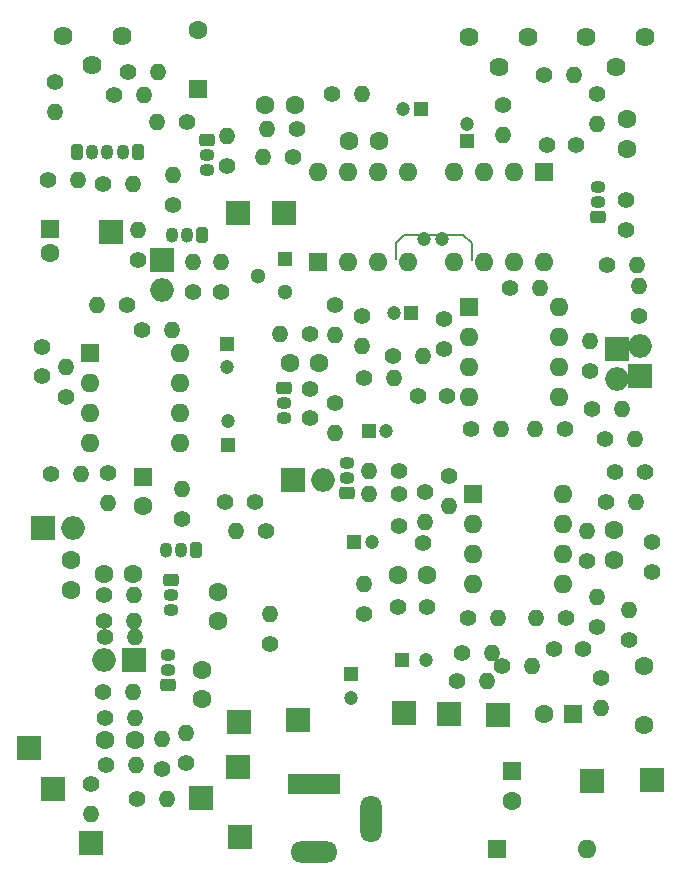
<source format=gbr>
%TF.GenerationSoftware,KiCad,Pcbnew,(6.0.0-0)*%
%TF.CreationDate,2022-11-29T15:18:14-08:00*%
%TF.ProjectId,Ibanez_FL-9,4962616e-657a-45f4-964c-2d392e6b6963,1.0.0*%
%TF.SameCoordinates,Original*%
%TF.FileFunction,Copper,L2,Bot*%
%TF.FilePolarity,Positive*%
%FSLAX46Y46*%
G04 Gerber Fmt 4.6, Leading zero omitted, Abs format (unit mm)*
G04 Created by KiCad (PCBNEW (6.0.0-0)) date 2022-11-29 15:18:14*
%MOMM*%
%LPD*%
G01*
G04 APERTURE LIST*
G04 Aperture macros list*
%AMRoundRect*
0 Rectangle with rounded corners*
0 $1 Rounding radius*
0 $2 $3 $4 $5 $6 $7 $8 $9 X,Y pos of 4 corners*
0 Add a 4 corners polygon primitive as box body*
4,1,4,$2,$3,$4,$5,$6,$7,$8,$9,$2,$3,0*
0 Add four circle primitives for the rounded corners*
1,1,$1+$1,$2,$3*
1,1,$1+$1,$4,$5*
1,1,$1+$1,$6,$7*
1,1,$1+$1,$8,$9*
0 Add four rect primitives between the rounded corners*
20,1,$1+$1,$2,$3,$4,$5,0*
20,1,$1+$1,$4,$5,$6,$7,0*
20,1,$1+$1,$6,$7,$8,$9,0*
20,1,$1+$1,$8,$9,$2,$3,0*%
%AMHorizOval*
0 Thick line with rounded ends*
0 $1 width*
0 $2 $3 position (X,Y) of the first rounded end (center of the circle)*
0 $4 $5 position (X,Y) of the second rounded end (center of the circle)*
0 Add line between two ends*
20,1,$1,$2,$3,$4,$5,0*
0 Add two circle primitives to create the rounded ends*
1,1,$1,$2,$3*
1,1,$1,$4,$5*%
G04 Aperture macros list end*
%TA.AperFunction,ComponentPad*%
%ADD10RoundRect,0.250001X-0.799999X-0.799999X0.799999X-0.799999X0.799999X0.799999X-0.799999X0.799999X0*%
%TD*%
%TA.AperFunction,ComponentPad*%
%ADD11C,1.600000*%
%TD*%
%TA.AperFunction,ComponentPad*%
%ADD12C,1.400000*%
%TD*%
%TA.AperFunction,ComponentPad*%
%ADD13O,1.400000X1.400000*%
%TD*%
%TA.AperFunction,ComponentPad*%
%ADD14R,2.000000X2.000000*%
%TD*%
%TA.AperFunction,ComponentPad*%
%ADD15O,2.000000X2.000000*%
%TD*%
%TA.AperFunction,ComponentPad*%
%ADD16R,1.200000X1.200000*%
%TD*%
%TA.AperFunction,ComponentPad*%
%ADD17C,1.200000*%
%TD*%
%TA.AperFunction,ComponentPad*%
%ADD18R,1.600000X1.600000*%
%TD*%
%TA.AperFunction,ComponentPad*%
%ADD19RoundRect,0.249900X0.275100X0.400100X-0.275100X0.400100X-0.275100X-0.400100X0.275100X-0.400100X0*%
%TD*%
%TA.AperFunction,ComponentPad*%
%ADD20O,1.050000X1.300000*%
%TD*%
%TA.AperFunction,ComponentPad*%
%ADD21RoundRect,0.249900X-0.400100X0.275100X-0.400100X-0.275100X0.400100X-0.275100X0.400100X0.275100X0*%
%TD*%
%TA.AperFunction,ComponentPad*%
%ADD22O,1.300000X1.050000*%
%TD*%
%TA.AperFunction,ComponentPad*%
%ADD23RoundRect,0.249900X0.400100X-0.275100X0.400100X0.275100X-0.400100X0.275100X-0.400100X-0.275100X0*%
%TD*%
%TA.AperFunction,ComponentPad*%
%ADD24O,1.600000X1.600000*%
%TD*%
%TA.AperFunction,ComponentPad*%
%ADD25RoundRect,0.249900X-0.275100X-0.400100X0.275100X-0.400100X0.275100X0.400100X-0.275100X0.400100X0*%
%TD*%
%TA.AperFunction,ComponentPad*%
%ADD26R,4.400000X1.800000*%
%TD*%
%TA.AperFunction,ComponentPad*%
%ADD27O,4.000000X1.800000*%
%TD*%
%TA.AperFunction,ComponentPad*%
%ADD28O,1.800000X4.000000*%
%TD*%
%TA.AperFunction,ComponentPad*%
%ADD29C,1.620000*%
%TD*%
%TA.AperFunction,ComponentPad*%
%ADD30R,1.300000X1.300000*%
%TD*%
%TA.AperFunction,ComponentPad*%
%ADD31C,1.300000*%
%TD*%
%TA.AperFunction,ComponentPad*%
%ADD32HorizOval,1.400000X0.000000X0.000000X0.000000X0.000000X0*%
%TD*%
%TA.AperFunction,ViaPad*%
%ADD33C,1.200000*%
%TD*%
%TA.AperFunction,Conductor*%
%ADD34C,0.152400*%
%TD*%
G04 APERTURE END LIST*
D10*
%TO.P,JP4,1,A*%
%TO.N,Net-(BT1-Pad1)*%
X219300000Y-100100000D03*
%TD*%
D11*
%TO.P,C126,1*%
%TO.N,Net-(C126-Pad1)*%
X213350000Y-51600000D03*
%TO.P,C126,2*%
%TO.N,/CP9*%
X210850000Y-51600000D03*
%TD*%
D12*
%TO.P,R142,1*%
%TO.N,GND*%
X190180000Y-93600000D03*
D13*
%TO.P,R142,2*%
%TO.N,Net-(D104-Pad1)*%
X192720000Y-93600000D03*
%TD*%
D10*
%TO.P,JP11,1,A*%
%TO.N,Net-(JP11-Pad1)*%
X198300000Y-107200000D03*
%TD*%
D11*
%TO.P,C118,1*%
%TO.N,Net-(C118-Pad1)*%
X214950000Y-88300000D03*
%TO.P,C118,2*%
%TO.N,/CP15*%
X217450000Y-88300000D03*
%TD*%
%TO.P,C107,1*%
%TO.N,GND*%
X234400000Y-52250000D03*
%TO.P,C107,2*%
%TO.N,Net-(C107-Pad2)*%
X234400000Y-49750000D03*
%TD*%
D14*
%TO.P,D107,1,K*%
%TO.N,Net-(D107-Pad1)*%
X195000000Y-61652330D03*
D15*
%TO.P,D107,2,A*%
%TO.N,GND*%
X195000000Y-64192330D03*
%TD*%
D16*
%TO.P,C117,1*%
%TO.N,/CP13*%
X211277401Y-85500000D03*
D17*
%TO.P,C117,2*%
%TO.N,Net-(C117-Pad2)*%
X212777401Y-85500000D03*
%TD*%
D11*
%TO.P,CR1,1*%
%TO.N,Net-(C122-Pad2)*%
X199700000Y-89750000D03*
%TO.P,CR1,2*%
%TO.N,Net-(CR1-Pad2)*%
X199700000Y-92250000D03*
%TD*%
D14*
%TO.P,D105,1,K*%
%TO.N,Net-(D105-Pad1)*%
X184952330Y-84300000D03*
D15*
%TO.P,D105,2,A*%
%TO.N,Net-(D105-Pad2)*%
X187492330Y-84300000D03*
%TD*%
D12*
%TO.P,R114,1*%
%TO.N,+5V*%
X209400000Y-47600000D03*
D13*
%TO.P,R114,2*%
%TO.N,Net-(R114-Pad2)*%
X211940000Y-47600000D03*
%TD*%
D12*
%TO.P,R116,1*%
%TO.N,/CP7*%
X224480000Y-64000000D03*
D13*
%TO.P,R116,2*%
%TO.N,GND*%
X227020000Y-64000000D03*
%TD*%
D12*
%TO.P,R162,1*%
%TO.N,GND*%
X197600000Y-64320000D03*
D13*
%TO.P,R162,2*%
%TO.N,Net-(D107-Pad1)*%
X197600000Y-61780000D03*
%TD*%
D16*
%TO.P,C115,1*%
%TO.N,/CP12*%
X212477401Y-76100000D03*
D17*
%TO.P,C115,2*%
%TO.N,Net-(C115-Pad2)*%
X213977401Y-76100000D03*
%TD*%
D12*
%TO.P,R132,1*%
%TO.N,GND*%
X220400000Y-94900000D03*
D13*
%TO.P,R132,2*%
%TO.N,Net-(JP3-Pad1)*%
X222940000Y-94900000D03*
%TD*%
D11*
%TO.P,C101,1*%
%TO.N,Net-(C101-Pad1)*%
X235800000Y-101000000D03*
%TO.P,C101,2*%
%TO.N,Net-(C101-Pad2)*%
X235800000Y-96000000D03*
%TD*%
D14*
%TO.P,D102,1,K*%
%TO.N,Net-(D101-Pad2)*%
X235500000Y-71447670D03*
D15*
%TO.P,D102,2,A*%
%TO.N,/CP5*%
X235500000Y-68907670D03*
%TD*%
D10*
%TO.P,JP5,1,A*%
%TO.N,Net-(C116-Pad2)*%
X215500000Y-100000000D03*
%TD*%
D12*
%TO.P,R130,1*%
%TO.N,Net-(R130-Pad1)*%
X220880000Y-92000000D03*
D13*
%TO.P,R130,2*%
%TO.N,/4.5v*%
X223420000Y-92000000D03*
%TD*%
D18*
%TO.P,C128,1*%
%TO.N,Net-(C128-Pad1)*%
X198000000Y-47200000D03*
D11*
%TO.P,C128,2*%
%TO.N,GND*%
X198000000Y-42200000D03*
%TD*%
%TO.P,C114,1*%
%TO.N,GND*%
X208300000Y-70400000D03*
%TO.P,C114,2*%
%TO.N,Net-(C114-Pad2)*%
X205800000Y-70400000D03*
%TD*%
D12*
%TO.P,R119,1*%
%TO.N,/CP11*%
X212100000Y-71600000D03*
D13*
%TO.P,R119,2*%
%TO.N,Net-(C111-Pad2)*%
X214640000Y-71600000D03*
%TD*%
D16*
%TO.P,C130,1*%
%TO.N,Net-(C130-Pad1)*%
X200500000Y-68727401D03*
D17*
%TO.P,C130,2*%
%TO.N,Net-(C130-Pad2)*%
X200500000Y-70727401D03*
%TD*%
D12*
%TO.P,R121,1*%
%TO.N,Net-(C113-Pad1)*%
X209600000Y-65480000D03*
D13*
%TO.P,R121,2*%
%TO.N,/CP11*%
X209600000Y-68020000D03*
%TD*%
D12*
%TO.P,R149,1*%
%TO.N,Net-(Q108-Pad1)*%
X190000000Y-55200000D03*
D13*
%TO.P,R149,2*%
%TO.N,Net-(C128-Pad1)*%
X192540000Y-55200000D03*
%TD*%
D12*
%TO.P,R153,1*%
%TO.N,/CP8*%
X190900000Y-47700000D03*
D13*
%TO.P,R153,2*%
%TO.N,Net-(C128-Pad1)*%
X193440000Y-47700000D03*
%TD*%
D12*
%TO.P,R124,1*%
%TO.N,/4.5v*%
X215100000Y-79500000D03*
D13*
%TO.P,R124,2*%
%TO.N,Net-(C115-Pad2)*%
X212560000Y-79500000D03*
%TD*%
D10*
%TO.P,JP1,1,A*%
%TO.N,Net-(JP1-Pad1)*%
X236500000Y-105700000D03*
%TD*%
D16*
%TO.P,C110,1*%
%TO.N,/CP7*%
X216100000Y-66100000D03*
D17*
%TO.P,C110,2*%
%TO.N,Net-(C110-Pad2)*%
X214600000Y-66100000D03*
%TD*%
D19*
%TO.P,Q109,1,B*%
%TO.N,Net-(D107-Pad1)*%
X198400000Y-59500000D03*
D20*
%TO.P,Q109,2,C*%
%TO.N,+5V*%
X197130000Y-59500000D03*
%TO.P,Q109,3,E*%
%TO.N,Net-(JP8-Pad2)*%
X195860000Y-59500000D03*
%TD*%
D21*
%TO.P,Q107,1,E*%
%TO.N,+5V*%
X198765000Y-51530000D03*
D22*
%TO.P,Q107,2,C*%
%TO.N,Net-(Q107-Pad2)*%
X198765000Y-52800000D03*
%TO.P,Q107,3,B*%
%TO.N,Net-(C127-Pad2)*%
X198765000Y-54070000D03*
%TD*%
D10*
%TO.P,JP9,1,A*%
%TO.N,Net-(D1-Pad2)*%
X201400000Y-104600000D03*
%TD*%
D12*
%TO.P,R143,1*%
%TO.N,Net-(Q106-Pad1)*%
X196700000Y-83620000D03*
D13*
%TO.P,R143,2*%
%TO.N,Net-(CR2-Pad1)*%
X196700000Y-81080000D03*
%TD*%
D10*
%TO.P,JP13,1,A*%
%TO.N,Net-(JP13-Pad1)*%
X185800000Y-106400000D03*
%TD*%
D12*
%TO.P,C112,1*%
%TO.N,Net-(C112-Pad1)*%
X218900000Y-69150000D03*
%TO.P,C112,2*%
%TO.N,/CP11*%
X218900000Y-66650000D03*
%TD*%
%TO.P,R110,1*%
%TO.N,/CP5*%
X235400000Y-66420000D03*
D13*
%TO.P,R110,2*%
%TO.N,Net-(C106-Pad1)*%
X235400000Y-63880000D03*
%TD*%
D12*
%TO.P,R159,1*%
%TO.N,Net-(C132-Pad1)*%
X190400000Y-79680000D03*
D13*
%TO.P,R159,2*%
%TO.N,GND*%
X190400000Y-82220000D03*
%TD*%
D12*
%TO.P,R127,1*%
%TO.N,/CP4*%
X219300000Y-79900000D03*
D13*
%TO.P,R127,2*%
%TO.N,Net-(C118-Pad1)*%
X219300000Y-82440000D03*
%TD*%
D12*
%TO.P,R101,1*%
%TO.N,Net-(C101-Pad2)*%
X234500000Y-93800000D03*
D13*
%TO.P,R101,2*%
%TO.N,Net-(R101-Pad2)*%
X234500000Y-91260000D03*
%TD*%
D12*
%TO.P,R118,1*%
%TO.N,Net-(C111-Pad2)*%
X214580000Y-69800000D03*
D13*
%TO.P,R118,2*%
%TO.N,Net-(C112-Pad1)*%
X217120000Y-69800000D03*
%TD*%
D12*
%TO.P,R131,1*%
%TO.N,Net-(C120-Pad2)*%
X219980000Y-97300000D03*
D13*
%TO.P,R131,2*%
%TO.N,Net-(JP3-Pad1)*%
X222520000Y-97300000D03*
%TD*%
D16*
%TO.P,C109,1*%
%TO.N,Net-(C109-Pad1)*%
X216900000Y-48900000D03*
D17*
%TO.P,C109,2*%
%TO.N,GND*%
X215400000Y-48900000D03*
%TD*%
D18*
%TO.P,C132,1*%
%TO.N,Net-(C132-Pad1)*%
X193400000Y-79994888D03*
D11*
%TO.P,C132,2*%
%TO.N,GND*%
X193400000Y-82494888D03*
%TD*%
D12*
%TO.P,R109,1*%
%TO.N,Net-(C104-Pad2)*%
X232500000Y-76800000D03*
D13*
%TO.P,R109,2*%
%TO.N,Net-(R109-Pad2)*%
X235040000Y-76800000D03*
%TD*%
D23*
%TO.P,Q103,1,S*%
%TO.N,/CP13*%
X210635000Y-81370000D03*
D22*
%TO.P,Q103,2,G*%
%TO.N,Net-(D103-Pad2)*%
X210635000Y-80100000D03*
%TO.P,Q103,3,D*%
%TO.N,Net-(C115-Pad2)*%
X210635000Y-78830000D03*
%TD*%
D12*
%TO.P,C113,1*%
%TO.N,Net-(C113-Pad1)*%
X207500000Y-72550000D03*
%TO.P,C113,2*%
%TO.N,/CP12*%
X207500000Y-75050000D03*
%TD*%
%TO.P,R157,1*%
%TO.N,Net-(C131-Pad1)*%
X204100000Y-94200000D03*
D13*
%TO.P,R157,2*%
%TO.N,Net-(JP7-Pad2)*%
X204100000Y-91660000D03*
%TD*%
D12*
%TO.P,R136,1*%
%TO.N,GND*%
X190180000Y-100400000D03*
D13*
%TO.P,R136,2*%
%TO.N,Net-(C123-Pad2)*%
X192720000Y-100400000D03*
%TD*%
D12*
%TO.P,R115,1*%
%TO.N,Net-(R115-Pad1)*%
X227300000Y-46000000D03*
D13*
%TO.P,R115,2*%
%TO.N,GND*%
X229840000Y-46000000D03*
%TD*%
D11*
%TO.P,C123,1*%
%TO.N,Net-(C122-Pad1)*%
X190200000Y-102300000D03*
%TO.P,C123,2*%
%TO.N,Net-(C123-Pad2)*%
X192700000Y-102300000D03*
%TD*%
D18*
%TO.P,IC101,1*%
%TO.N,/CP15*%
X221300000Y-81500000D03*
D24*
%TO.P,IC101,2,-*%
%TO.N,Net-(C118-Pad1)*%
X221300000Y-84040000D03*
%TO.P,IC101,3,+*%
%TO.N,Net-(R130-Pad1)*%
X221300000Y-86580000D03*
%TO.P,IC101,4*%
%TO.N,N/C*%
X221300000Y-89120000D03*
%TO.P,IC101,5,+*%
%TO.N,Net-(R101-Pad2)*%
X228920000Y-89120000D03*
%TO.P,IC101,6,-*%
%TO.N,Net-(C102-Pad1)*%
X228920000Y-86580000D03*
%TO.P,IC101,7*%
%TO.N,/CP4*%
X228920000Y-84040000D03*
%TO.P,IC101,8*%
%TO.N,N/C*%
X228920000Y-81500000D03*
%TD*%
D12*
%TO.P,R138,1*%
%TO.N,Net-(R138-Pad1)*%
X190280000Y-104400000D03*
D13*
%TO.P,R138,2*%
%TO.N,Net-(C122-Pad1)*%
X192820000Y-104400000D03*
%TD*%
D10*
%TO.P,JP15,1,A*%
%TO.N,Net-(JP15-Pad1)*%
X205300000Y-57700000D03*
%TD*%
D11*
%TO.P,C127,1*%
%TO.N,Net-(C126-Pad1)*%
X206250000Y-48500000D03*
%TO.P,C127,2*%
%TO.N,Net-(C127-Pad2)*%
X203750000Y-48500000D03*
%TD*%
D12*
%TO.P,R111,1*%
%TO.N,Net-(C107-Pad2)*%
X232680000Y-62100000D03*
D13*
%TO.P,R111,2*%
%TO.N,Net-(C106-Pad1)*%
X235220000Y-62100000D03*
%TD*%
D10*
%TO.P,JP7,1,A*%
%TO.N,Net-(JP7-Pad1)*%
X201500000Y-100800000D03*
%TD*%
D25*
%TO.P,Q108,1,B1*%
%TO.N,Net-(Q108-Pad1)*%
X187817000Y-52506500D03*
D20*
%TO.P,Q108,2,C1*%
X189087000Y-52506500D03*
%TO.P,Q108,3,E*%
%TO.N,GND*%
X190357000Y-52506500D03*
%TO.P,Q108,4,C2*%
%TO.N,Net-(Q108-Pad4)*%
X191699000Y-52536500D03*
D19*
%TO.P,Q108,5,B2*%
%TO.N,Net-(C128-Pad1)*%
X192969000Y-52536500D03*
%TD*%
D12*
%TO.P,C103,1*%
%TO.N,Net-(C103-Pad1)*%
X228150000Y-94600000D03*
%TO.P,C103,2*%
%TO.N,Net-(C103-Pad2)*%
X230650000Y-94600000D03*
%TD*%
%TO.P,C106,1*%
%TO.N,Net-(C106-Pad1)*%
X234300000Y-59100000D03*
%TO.P,C106,2*%
%TO.N,/CP6*%
X234300000Y-56600000D03*
%TD*%
%TO.P,R108,1*%
%TO.N,Net-(C104-Pad2)*%
X231400000Y-74300000D03*
D13*
%TO.P,R108,2*%
%TO.N,Net-(D101-Pad2)*%
X233940000Y-74300000D03*
%TD*%
D11*
%TO.P,C124,1*%
%TO.N,GND*%
X187300000Y-87050000D03*
%TO.P,C124,2*%
%TO.N,Net-(C122-Pad1)*%
X187300000Y-89550000D03*
%TD*%
D10*
%TO.P,JP2,1,A*%
%TO.N,Net-(J1-PadT)*%
X231400000Y-105800000D03*
%TD*%
D12*
%TO.P,R141,1*%
%TO.N,Net-(C122-Pad1)*%
X192880000Y-107300000D03*
D13*
%TO.P,R141,2*%
%TO.N,Net-(JP11-Pad1)*%
X195420000Y-107300000D03*
%TD*%
D21*
%TO.P,Q105,1,B*%
%TO.N,Net-(C122-Pad2)*%
X195765000Y-88730000D03*
D22*
%TO.P,Q105,2,C*%
%TO.N,Net-(CR2-Pad1)*%
X195765000Y-90000000D03*
%TO.P,Q105,3,E*%
%TO.N,Net-(D104-Pad2)*%
X195765000Y-91270000D03*
%TD*%
D12*
%TO.P,R139,1*%
%TO.N,Net-(R138-Pad1)*%
X197000000Y-104220000D03*
D13*
%TO.P,R139,2*%
%TO.N,+9V*%
X197000000Y-101680000D03*
%TD*%
D12*
%TO.P,R145,1*%
%TO.N,/CP9*%
X206100000Y-52900000D03*
D13*
%TO.P,R145,2*%
%TO.N,Net-(Q107-Pad2)*%
X203560000Y-52900000D03*
%TD*%
D12*
%TO.P,R107,1*%
%TO.N,Net-(C104-Pad2)*%
X231200000Y-71020000D03*
D13*
%TO.P,R107,2*%
%TO.N,/CP5*%
X231200000Y-68480000D03*
%TD*%
D18*
%TO.P,IC103,1*%
%TO.N,Net-(C129-Pad2)*%
X188900000Y-69500000D03*
D24*
%TO.P,IC103,2,-*%
%TO.N,Net-(C129-Pad1)*%
X188900000Y-72040000D03*
%TO.P,IC103,3,+*%
%TO.N,Net-(R155-Pad1)*%
X188900000Y-74580000D03*
%TO.P,IC103,4*%
%TO.N,N/C*%
X188900000Y-77120000D03*
%TO.P,IC103,5,+*%
%TO.N,Net-(C132-Pad1)*%
X196520000Y-77120000D03*
%TO.P,IC103,6,-*%
%TO.N,Net-(C131-Pad1)*%
X196520000Y-74580000D03*
%TO.P,IC103,7*%
%TO.N,Net-(C130-Pad1)*%
X196520000Y-72040000D03*
%TO.P,IC103,8*%
%TO.N,N/C*%
X196520000Y-69500000D03*
%TD*%
D11*
%TO.P,C102,1*%
%TO.N,Net-(C102-Pad1)*%
X233300000Y-87050000D03*
%TO.P,C102,2*%
%TO.N,/CP4*%
X233300000Y-84550000D03*
%TD*%
D18*
%TO.P,IC105,1,VDD*%
%TO.N,+5V*%
X208200000Y-61800000D03*
D24*
%TO.P,IC105,2,CP1*%
%TO.N,Net-(IC104-Pad2)*%
X210740000Y-61800000D03*
%TO.P,IC105,3,GND*%
%TO.N,GND*%
X213280000Y-61800000D03*
%TO.P,IC105,4,CP2*%
%TO.N,/CP1*%
X215820000Y-61800000D03*
%TO.P,IC105,5,OX3*%
%TO.N,Net-(C126-Pad1)*%
X215820000Y-54180000D03*
%TO.P,IC105,6,OX2*%
%TO.N,unconnected-(IC105-Pad6)*%
X213280000Y-54180000D03*
%TO.P,IC105,7,OX1*%
%TO.N,/CP9*%
X210740000Y-54180000D03*
%TO.P,IC105,8,VGG*%
%TO.N,Net-(C125-Pad1)*%
X208200000Y-54180000D03*
%TD*%
D12*
%TO.P,R152,1*%
%TO.N,Net-(R152-Pad1)*%
X185900000Y-46600000D03*
D13*
%TO.P,R152,2*%
%TO.N,+5V*%
X185900000Y-49140000D03*
%TD*%
D18*
%TO.P,IC104,1,GND*%
%TO.N,GND*%
X227300000Y-54200000D03*
D24*
%TO.P,IC104,2,CP1*%
%TO.N,Net-(IC104-Pad2)*%
X224760000Y-54200000D03*
%TO.P,IC104,3,IN*%
%TO.N,Net-(C108-Pad2)*%
X222220000Y-54200000D03*
%TO.P,IC104,4,VGG*%
%TO.N,Net-(C125-Pad1)*%
X219680000Y-54200000D03*
%TO.P,IC104,5,VDD*%
%TO.N,+5V*%
X219680000Y-61820000D03*
%TO.P,IC104,6,CP2*%
%TO.N,/CP1*%
X222220000Y-61820000D03*
%TO.P,IC104,7,OUT1*%
%TO.N,/CP7*%
X224760000Y-61820000D03*
%TO.P,IC104,8,OUT2*%
X227300000Y-61820000D03*
%TD*%
D12*
%TO.P,R104,1*%
%TO.N,Net-(C105-Pad2)*%
X231800000Y-92700000D03*
D13*
%TO.P,R104,2*%
%TO.N,Net-(C102-Pad1)*%
X231800000Y-90160000D03*
%TD*%
D26*
%TO.P,J3,1*%
%TO.N,GND*%
X207900000Y-106000000D03*
D27*
%TO.P,J3,2*%
%TO.N,+9V*%
X207900000Y-111800000D03*
D28*
%TO.P,J3,3*%
%TO.N,Net-(J3-Pad3)*%
X212700000Y-109000000D03*
%TD*%
D12*
%TO.P,C111,1*%
%TO.N,GND*%
X216650000Y-73200000D03*
%TO.P,C111,2*%
%TO.N,Net-(C111-Pad2)*%
X219150000Y-73200000D03*
%TD*%
D29*
%TO.P,RV103,1,1*%
%TO.N,Net-(R109-Pad2)*%
X235900000Y-42775000D03*
%TO.P,RV103,2,2*%
%TO.N,Net-(C103-Pad1)*%
X233400000Y-45275000D03*
%TO.P,RV103,3,3*%
X230900000Y-42775000D03*
%TD*%
D10*
%TO.P,JP12,1,A*%
%TO.N,Net-(D1-Pad1)*%
X189000000Y-111000000D03*
%TD*%
%TO.P,JP16,1,A*%
%TO.N,Net-(JP16-Pad1)*%
X190700000Y-59300000D03*
%TD*%
D12*
%TO.P,C121,1*%
%TO.N,GND*%
X200350000Y-82100000D03*
%TO.P,C121,2*%
%TO.N,/CP14*%
X202850000Y-82100000D03*
%TD*%
%TO.P,C105,1*%
%TO.N,/4.5v*%
X236500000Y-88050000D03*
%TO.P,C105,2*%
%TO.N,Net-(C105-Pad2)*%
X236500000Y-85550000D03*
%TD*%
%TO.P,R134,1*%
%TO.N,+9V*%
X190080000Y-92200000D03*
D13*
%TO.P,R134,2*%
%TO.N,Net-(CR2-Pad1)*%
X192620000Y-92200000D03*
%TD*%
D10*
%TO.P,JP3,1,A*%
%TO.N,Net-(JP3-Pad1)*%
X223400000Y-100200000D03*
%TD*%
D12*
%TO.P,R163,1*%
%TO.N,+9V*%
X232200000Y-97080000D03*
D13*
%TO.P,R163,2*%
%TO.N,/4.5v*%
X232200000Y-99620000D03*
%TD*%
D12*
%TO.P,R103,1*%
%TO.N,Net-(C102-Pad1)*%
X231000000Y-87120000D03*
D13*
%TO.P,R103,2*%
%TO.N,/CP4*%
X231000000Y-84580000D03*
%TD*%
D19*
%TO.P,Q106,1,B*%
%TO.N,Net-(Q106-Pad1)*%
X197900000Y-86200000D03*
D20*
%TO.P,Q106,2,C*%
%TO.N,Net-(Q106-Pad2)*%
X196630000Y-86200000D03*
%TO.P,Q106,3,E*%
%TO.N,Net-(D104-Pad2)*%
X195360000Y-86200000D03*
%TD*%
D12*
%TO.P,R112,1*%
%TO.N,GND*%
X231800000Y-47580000D03*
D13*
%TO.P,R112,2*%
%TO.N,/CP6*%
X231800000Y-50120000D03*
%TD*%
D23*
%TO.P,Q101,1,B*%
%TO.N,Net-(C107-Pad2)*%
X231900000Y-58000000D03*
D22*
%TO.P,Q101,2,C*%
%TO.N,/4.5v*%
X231900000Y-56730000D03*
%TO.P,Q101,3,E*%
%TO.N,/CP6*%
X231900000Y-55460000D03*
%TD*%
D29*
%TO.P,RV102,1,1*%
%TO.N,Net-(R114-Pad2)*%
X226000000Y-42775000D03*
%TO.P,RV102,2,2*%
%TO.N,Net-(C109-Pad1)*%
X223500000Y-45275000D03*
%TO.P,RV102,3,3*%
%TO.N,Net-(R115-Pad1)*%
X221000000Y-42775000D03*
%TD*%
D12*
%TO.P,C129,1*%
%TO.N,Net-(C129-Pad1)*%
X184800000Y-71500000D03*
%TO.P,C129,2*%
%TO.N,Net-(C129-Pad2)*%
X184800000Y-69000000D03*
%TD*%
D16*
%TO.P,C116,1*%
%TO.N,/CP13*%
X211000000Y-96727401D03*
D17*
%TO.P,C116,2*%
%TO.N,Net-(C116-Pad2)*%
X211000000Y-98727401D03*
%TD*%
D12*
%TO.P,C119,1*%
%TO.N,Net-(C119-Pad1)*%
X214950000Y-91000000D03*
%TO.P,C119,2*%
%TO.N,/CP15*%
X217450000Y-91000000D03*
%TD*%
D29*
%TO.P,RV101,1,1*%
%TO.N,GND*%
X191600000Y-42675000D03*
%TO.P,RV101,2,2*%
%TO.N,Net-(R151-Pad1)*%
X189100000Y-45175000D03*
%TO.P,RV101,3,3*%
%TO.N,Net-(R152-Pad1)*%
X186600000Y-42675000D03*
%TD*%
D12*
%TO.P,R125,1*%
%TO.N,/4.5v*%
X215100000Y-81500000D03*
D13*
%TO.P,R125,2*%
%TO.N,/CP13*%
X212560000Y-81500000D03*
%TD*%
D12*
%TO.P,R140,1*%
%TO.N,Net-(R138-Pad1)*%
X195000000Y-104720000D03*
D13*
%TO.P,R140,2*%
%TO.N,GND*%
X195000000Y-102180000D03*
%TD*%
D18*
%TO.P,IC102,1*%
%TO.N,/CP11*%
X221000000Y-65600000D03*
D24*
%TO.P,IC102,2,-*%
%TO.N,Net-(C112-Pad1)*%
X221000000Y-68140000D03*
%TO.P,IC102,3,+*%
%TO.N,Net-(R120-Pad1)*%
X221000000Y-70680000D03*
%TO.P,IC102,4*%
%TO.N,N/C*%
X221000000Y-73220000D03*
%TO.P,IC102,5,+*%
%TO.N,Net-(R106-Pad1)*%
X228620000Y-73220000D03*
%TO.P,IC102,6,-*%
%TO.N,Net-(C104-Pad2)*%
X228620000Y-70680000D03*
%TO.P,IC102,7*%
%TO.N,/CP5*%
X228620000Y-68140000D03*
%TO.P,IC102,8*%
%TO.N,N/C*%
X228620000Y-65600000D03*
%TD*%
D12*
%TO.P,R120,1*%
%TO.N,Net-(R120-Pad1)*%
X221180000Y-76000000D03*
D13*
%TO.P,R120,2*%
%TO.N,/4.5v*%
X223720000Y-76000000D03*
%TD*%
D14*
%TO.P,D104,1,K*%
%TO.N,Net-(D104-Pad1)*%
X192647670Y-95500000D03*
D15*
%TO.P,D104,2,A*%
%TO.N,Net-(D104-Pad2)*%
X190107670Y-95500000D03*
%TD*%
D16*
%TO.P,C120,1*%
%TO.N,/CP15*%
X215327401Y-95500000D03*
D17*
%TO.P,C120,2*%
%TO.N,Net-(C120-Pad2)*%
X217327401Y-95500000D03*
%TD*%
D12*
%TO.P,R122,1*%
%TO.N,Net-(C113-Pad1)*%
X207520000Y-67900000D03*
D13*
%TO.P,R122,2*%
%TO.N,Net-(C114-Pad2)*%
X204980000Y-67900000D03*
%TD*%
D10*
%TO.P,JP6,1,A*%
%TO.N,Net-(JP6-Pad1)*%
X206500000Y-100600000D03*
%TD*%
D12*
%TO.P,R133,1*%
%TO.N,/CP14*%
X203820000Y-84600000D03*
D13*
%TO.P,R133,2*%
%TO.N,Net-(CR2-Pad1)*%
X201280000Y-84600000D03*
%TD*%
D21*
%TO.P,Q102,1,B*%
%TO.N,Net-(C114-Pad2)*%
X205300000Y-72530000D03*
D22*
%TO.P,Q102,2,C*%
%TO.N,/4.5v*%
X205300000Y-73800000D03*
%TO.P,Q102,3,E*%
%TO.N,/CP12*%
X205300000Y-75070000D03*
%TD*%
D12*
%TO.P,R105,1*%
%TO.N,/CP4*%
X232580000Y-82100000D03*
D13*
%TO.P,R105,2*%
%TO.N,Net-(C104-Pad1)*%
X235120000Y-82100000D03*
%TD*%
D12*
%TO.P,R106,1*%
%TO.N,Net-(R106-Pad1)*%
X229100000Y-76000000D03*
D13*
%TO.P,R106,2*%
%TO.N,/4.5v*%
X226560000Y-76000000D03*
%TD*%
D30*
%TO.P,IC106,1,VO*%
%TO.N,+5V*%
X205383000Y-61603000D03*
D31*
%TO.P,IC106,2,GND*%
%TO.N,GND*%
X203097000Y-63000000D03*
%TO.P,IC106,3,VI*%
%TO.N,+9V*%
X205383000Y-64397000D03*
%TD*%
D12*
%TO.P,R161,1*%
%TO.N,Net-(D107-Pad1)*%
X195900000Y-57020000D03*
D13*
%TO.P,R161,2*%
%TO.N,+5V*%
X195900000Y-54480000D03*
%TD*%
D18*
%TO.P,D106,1,K*%
%TO.N,+9V*%
X223390000Y-111500000D03*
D24*
%TO.P,D106,2,A*%
%TO.N,GND*%
X231010000Y-111500000D03*
%TD*%
D18*
%TO.P,C133,1*%
%TO.N,+9V*%
X224600000Y-104917621D03*
D11*
%TO.P,C133,2*%
%TO.N,GND*%
X224600000Y-107417621D03*
%TD*%
D10*
%TO.P,JP8,1,A*%
%TO.N,Net-(JP8-Pad1)*%
X201400000Y-57700000D03*
%TD*%
D11*
%TO.P,CR2,1*%
%TO.N,Net-(CR2-Pad1)*%
X198400000Y-96350000D03*
%TO.P,CR2,2*%
%TO.N,Net-(C123-Pad2)*%
X198400000Y-98850000D03*
%TD*%
D12*
%TO.P,R126,1*%
%TO.N,Net-(C118-Pad1)*%
X217100000Y-85600000D03*
D32*
%TO.P,R126,2*%
%TO.N,Net-(C117-Pad2)*%
X215019354Y-84143116D03*
%TD*%
D14*
%TO.P,D101,1,K*%
%TO.N,/CP5*%
X233500000Y-69152330D03*
D15*
%TO.P,D101,2,A*%
%TO.N,Net-(D101-Pad2)*%
X233500000Y-71692330D03*
%TD*%
D12*
%TO.P,C108,1*%
%TO.N,/CP6*%
X230050000Y-51900000D03*
%TO.P,C108,2*%
%TO.N,Net-(C108-Pad2)*%
X227550000Y-51900000D03*
%TD*%
%TO.P,R102,1*%
%TO.N,Net-(R101-Pad2)*%
X229200000Y-92000000D03*
D13*
%TO.P,R102,2*%
%TO.N,/4.5v*%
X226660000Y-92000000D03*
%TD*%
D12*
%TO.P,R113,1*%
%TO.N,Net-(C109-Pad1)*%
X223900000Y-48500000D03*
D13*
%TO.P,R113,2*%
%TO.N,Net-(C108-Pad2)*%
X223900000Y-51040000D03*
%TD*%
D14*
%TO.P,D103,1,K*%
%TO.N,/CP14*%
X206052330Y-80300000D03*
D15*
%TO.P,D103,2,A*%
%TO.N,Net-(D103-Pad2)*%
X208592330Y-80300000D03*
%TD*%
D12*
%TO.P,C104,1*%
%TO.N,Net-(C104-Pad1)*%
X235850000Y-79600000D03*
%TO.P,C104,2*%
%TO.N,Net-(C104-Pad2)*%
X233350000Y-79600000D03*
%TD*%
%TO.P,R146,1*%
%TO.N,Net-(C126-Pad1)*%
X206420000Y-50600000D03*
D13*
%TO.P,R146,2*%
%TO.N,Net-(C127-Pad2)*%
X203880000Y-50600000D03*
%TD*%
D10*
%TO.P,JP14,1,A*%
%TO.N,Net-(JP14-Pad1)*%
X183700000Y-103000000D03*
%TD*%
D12*
%TO.P,R165,1*%
%TO.N,GND*%
X200000000Y-64320000D03*
D13*
%TO.P,R165,2*%
%TO.N,Net-(JP8-Pad2)*%
X200000000Y-61780000D03*
%TD*%
D12*
%TO.P,R128,1*%
%TO.N,Net-(C119-Pad1)*%
X212100000Y-91600000D03*
D13*
%TO.P,R128,2*%
%TO.N,Net-(C118-Pad1)*%
X212100000Y-89060000D03*
%TD*%
D16*
%TO.P,C131,1*%
%TO.N,Net-(C131-Pad1)*%
X200600000Y-77300000D03*
D17*
%TO.P,C131,2*%
%TO.N,Net-(C130-Pad2)*%
X200600000Y-75300000D03*
%TD*%
D12*
%TO.P,R137,1*%
%TO.N,GND*%
X190080000Y-90000000D03*
D13*
%TO.P,R137,2*%
%TO.N,Net-(C122-Pad2)*%
X192620000Y-90000000D03*
%TD*%
D12*
%TO.P,R158,1*%
%TO.N,Net-(C132-Pad1)*%
X193300000Y-67600000D03*
D13*
%TO.P,R158,2*%
%TO.N,+5V*%
X195840000Y-67600000D03*
%TD*%
D12*
%TO.P,R156,1*%
%TO.N,Net-(C130-Pad1)*%
X192000000Y-65500000D03*
D13*
%TO.P,R156,2*%
%TO.N,Net-(R155-Pad1)*%
X189460000Y-65500000D03*
%TD*%
D16*
%TO.P,C125,1*%
%TO.N,Net-(C125-Pad1)*%
X220800000Y-51600000D03*
D17*
%TO.P,C125,2*%
%TO.N,GND*%
X220800000Y-50100000D03*
%TD*%
D18*
%TO.P,C134,1*%
%TO.N,+5V*%
X185500000Y-59044888D03*
D11*
%TO.P,C134,2*%
%TO.N,GND*%
X185500000Y-61044888D03*
%TD*%
D12*
%TO.P,R135,1*%
%TO.N,+9V*%
X189980000Y-98200000D03*
D13*
%TO.P,R135,2*%
%TO.N,Net-(CR1-Pad2)*%
X192520000Y-98200000D03*
%TD*%
D12*
%TO.P,R150,1*%
%TO.N,Net-(Q108-Pad1)*%
X185380000Y-54900000D03*
D13*
%TO.P,R150,2*%
%TO.N,+5V*%
X187920000Y-54900000D03*
%TD*%
D12*
%TO.P,R154,1*%
%TO.N,Net-(C129-Pad1)*%
X185600000Y-79800000D03*
D13*
%TO.P,R154,2*%
%TO.N,Net-(C132-Pad1)*%
X188140000Y-79800000D03*
%TD*%
D23*
%TO.P,Q104,1,B*%
%TO.N,Net-(C123-Pad2)*%
X195535000Y-97670000D03*
D22*
%TO.P,Q104,2,C*%
%TO.N,Net-(CR1-Pad2)*%
X195535000Y-96400000D03*
%TO.P,Q104,3,E*%
%TO.N,Net-(D104-Pad2)*%
X195535000Y-95130000D03*
%TD*%
D12*
%TO.P,R148,1*%
%TO.N,Net-(Q107-Pad2)*%
X197120000Y-50000000D03*
D13*
%TO.P,R148,2*%
%TO.N,Net-(Q108-Pad4)*%
X194580000Y-50000000D03*
%TD*%
D12*
%TO.P,R117,1*%
%TO.N,Net-(C110-Pad2)*%
X211900000Y-66380000D03*
D13*
%TO.P,R117,2*%
%TO.N,Net-(C111-Pad2)*%
X211900000Y-68920000D03*
%TD*%
D12*
%TO.P,R147,1*%
%TO.N,+5V*%
X200500000Y-53720000D03*
D13*
%TO.P,R147,2*%
%TO.N,Net-(C127-Pad2)*%
X200500000Y-51180000D03*
%TD*%
D12*
%TO.P,R144,1*%
%TO.N,Net-(D105-Pad2)*%
X189000000Y-105980000D03*
D13*
%TO.P,R144,2*%
%TO.N,Net-(Q106-Pad2)*%
X189000000Y-108520000D03*
%TD*%
D12*
%TO.P,R164,1*%
%TO.N,GND*%
X223780000Y-96000000D03*
D13*
%TO.P,R164,2*%
%TO.N,/4.5v*%
X226320000Y-96000000D03*
%TD*%
D18*
%TO.P,C135,1*%
%TO.N,/4.5v*%
X229805113Y-100100000D03*
D11*
%TO.P,C135,2*%
%TO.N,GND*%
X227305113Y-100100000D03*
%TD*%
D12*
%TO.P,R160,1*%
%TO.N,Net-(D107-Pad1)*%
X193000000Y-61620000D03*
D13*
%TO.P,R160,2*%
%TO.N,Net-(JP16-Pad2)*%
X193000000Y-59080000D03*
%TD*%
D10*
%TO.P,JP10,1,A*%
%TO.N,Net-(JP10-Pad1)*%
X201600000Y-110500000D03*
%TD*%
D11*
%TO.P,C122,1*%
%TO.N,Net-(C122-Pad1)*%
X190050000Y-88200000D03*
%TO.P,C122,2*%
%TO.N,Net-(C122-Pad2)*%
X192550000Y-88200000D03*
%TD*%
D12*
%TO.P,R151,1*%
%TO.N,Net-(R151-Pad1)*%
X192100000Y-45700000D03*
D13*
%TO.P,R151,2*%
%TO.N,Net-(C128-Pad1)*%
X194640000Y-45700000D03*
%TD*%
D12*
%TO.P,R155,1*%
%TO.N,Net-(R155-Pad1)*%
X186900000Y-73220000D03*
D13*
%TO.P,R155,2*%
%TO.N,Net-(C129-Pad2)*%
X186900000Y-70680000D03*
%TD*%
D12*
%TO.P,R129,1*%
%TO.N,Net-(C118-Pad1)*%
X217300000Y-81300000D03*
D13*
%TO.P,R129,2*%
%TO.N,/CP15*%
X217300000Y-83840000D03*
%TD*%
D12*
%TO.P,R123,1*%
%TO.N,GND*%
X209600000Y-73800000D03*
D13*
%TO.P,R123,2*%
%TO.N,/CP12*%
X209600000Y-76340000D03*
%TD*%
D33*
%TO.N,/CP1*%
X218700000Y-59900000D03*
X217200000Y-59900000D03*
%TD*%
D34*
%TO.N,/CP1*%
X214820000Y-61600000D02*
X214820000Y-60180000D01*
X220500000Y-59500000D02*
X221220000Y-60220000D01*
X215500000Y-59500000D02*
X216000000Y-59500000D01*
X216000000Y-59500000D02*
X217500000Y-59500000D01*
X221220000Y-60220000D02*
X221220000Y-61620000D01*
X217500000Y-59500000D02*
X220500000Y-59500000D01*
X214820000Y-60180000D02*
X215500000Y-59500000D01*
%TD*%
M02*

</source>
